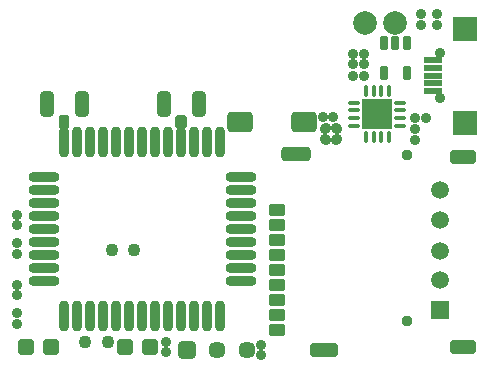
<source format=gts>
%FSLAX44Y44*%
%MOMM*%
G71*
G01*
G75*
G04 Layer_Color=8388736*
G04:AMPARAMS|DCode=10|XSize=0.7mm|YSize=2.5mm|CornerRadius=0.175mm|HoleSize=0mm|Usage=FLASHONLY|Rotation=0.000|XOffset=0mm|YOffset=0mm|HoleType=Round|Shape=RoundedRectangle|*
%AMROUNDEDRECTD10*
21,1,0.7000,2.1500,0,0,0.0*
21,1,0.3500,2.5000,0,0,0.0*
1,1,0.3500,0.1750,-1.0750*
1,1,0.3500,-0.1750,-1.0750*
1,1,0.3500,-0.1750,1.0750*
1,1,0.3500,0.1750,1.0750*
%
%ADD10ROUNDEDRECTD10*%
G04:AMPARAMS|DCode=11|XSize=0.67mm|YSize=0.67mm|CornerRadius=0.1508mm|HoleSize=0mm|Usage=FLASHONLY|Rotation=90.000|XOffset=0mm|YOffset=0mm|HoleType=Round|Shape=RoundedRectangle|*
%AMROUNDEDRECTD11*
21,1,0.6700,0.3685,0,0,90.0*
21,1,0.3685,0.6700,0,0,90.0*
1,1,0.3015,0.1843,0.1843*
1,1,0.3015,0.1843,-0.1843*
1,1,0.3015,-0.1843,-0.1843*
1,1,0.3015,-0.1843,0.1843*
%
%ADD11ROUNDEDRECTD11*%
G04:AMPARAMS|DCode=12|XSize=0.67mm|YSize=0.67mm|CornerRadius=0.1508mm|HoleSize=0mm|Usage=FLASHONLY|Rotation=180.000|XOffset=0mm|YOffset=0mm|HoleType=Round|Shape=RoundedRectangle|*
%AMROUNDEDRECTD12*
21,1,0.6700,0.3685,0,0,180.0*
21,1,0.3685,0.6700,0,0,180.0*
1,1,0.3015,-0.1843,0.1843*
1,1,0.3015,0.1843,0.1843*
1,1,0.3015,0.1843,-0.1843*
1,1,0.3015,-0.1843,-0.1843*
%
%ADD12ROUNDEDRECTD12*%
G04:AMPARAMS|DCode=13|XSize=0.62mm|YSize=0.62mm|CornerRadius=0.1488mm|HoleSize=0mm|Usage=FLASHONLY|Rotation=270.000|XOffset=0mm|YOffset=0mm|HoleType=Round|Shape=RoundedRectangle|*
%AMROUNDEDRECTD13*
21,1,0.6200,0.3224,0,0,270.0*
21,1,0.3224,0.6200,0,0,270.0*
1,1,0.2976,-0.1612,-0.1612*
1,1,0.2976,-0.1612,0.1612*
1,1,0.2976,0.1612,0.1612*
1,1,0.2976,0.1612,-0.1612*
%
%ADD13ROUNDEDRECTD13*%
%ADD14R,1.4000X0.4000*%
%ADD15R,1.9000X1.8000*%
G04:AMPARAMS|DCode=16|XSize=2.35mm|YSize=1.15mm|CornerRadius=0.3852mm|HoleSize=0mm|Usage=FLASHONLY|Rotation=180.000|XOffset=0mm|YOffset=0mm|HoleType=Round|Shape=RoundedRectangle|*
%AMROUNDEDRECTD16*
21,1,2.3500,0.3795,0,0,180.0*
21,1,1.5795,1.1500,0,0,180.0*
1,1,0.7705,-0.7897,0.1898*
1,1,0.7705,0.7897,0.1898*
1,1,0.7705,0.7897,-0.1898*
1,1,0.7705,-0.7897,-0.1898*
%
%ADD16ROUNDEDRECTD16*%
G04:AMPARAMS|DCode=17|XSize=1.3mm|YSize=1mm|CornerRadius=0.25mm|HoleSize=0mm|Usage=FLASHONLY|Rotation=180.000|XOffset=0mm|YOffset=0mm|HoleType=Round|Shape=RoundedRectangle|*
%AMROUNDEDRECTD17*
21,1,1.3000,0.5000,0,0,180.0*
21,1,0.8000,1.0000,0,0,180.0*
1,1,0.5000,-0.4000,0.2500*
1,1,0.5000,0.4000,0.2500*
1,1,0.5000,0.4000,-0.2500*
1,1,0.5000,-0.4000,-0.2500*
%
%ADD17ROUNDEDRECTD17*%
G04:AMPARAMS|DCode=18|XSize=2.5mm|YSize=1.15mm|CornerRadius=0.3852mm|HoleSize=0mm|Usage=FLASHONLY|Rotation=180.000|XOffset=0mm|YOffset=0mm|HoleType=Round|Shape=RoundedRectangle|*
%AMROUNDEDRECTD18*
21,1,2.5000,0.3795,0,0,180.0*
21,1,1.7295,1.1500,0,0,180.0*
1,1,0.7705,-0.8648,0.1898*
1,1,0.7705,0.8648,0.1898*
1,1,0.7705,0.8648,-0.1898*
1,1,0.7705,-0.8648,-0.1898*
%
%ADD18ROUNDEDRECTD18*%
G04:AMPARAMS|DCode=19|XSize=1.1mm|YSize=0.6mm|CornerRadius=0.201mm|HoleSize=0mm|Usage=FLASHONLY|Rotation=270.000|XOffset=0mm|YOffset=0mm|HoleType=Round|Shape=RoundedRectangle|*
%AMROUNDEDRECTD19*
21,1,1.1000,0.1980,0,0,270.0*
21,1,0.6980,0.6000,0,0,270.0*
1,1,0.4020,-0.0990,-0.3490*
1,1,0.4020,-0.0990,0.3490*
1,1,0.4020,0.0990,0.3490*
1,1,0.4020,0.0990,-0.3490*
%
%ADD19ROUNDEDRECTD19*%
G04:AMPARAMS|DCode=20|XSize=0.62mm|YSize=0.62mm|CornerRadius=0.1488mm|HoleSize=0mm|Usage=FLASHONLY|Rotation=180.000|XOffset=0mm|YOffset=0mm|HoleType=Round|Shape=RoundedRectangle|*
%AMROUNDEDRECTD20*
21,1,0.6200,0.3224,0,0,180.0*
21,1,0.3224,0.6200,0,0,180.0*
1,1,0.2976,-0.1612,0.1612*
1,1,0.2976,0.1612,0.1612*
1,1,0.2976,0.1612,-0.1612*
1,1,0.2976,-0.1612,-0.1612*
%
%ADD20ROUNDEDRECTD20*%
G04:AMPARAMS|DCode=21|XSize=1mm|YSize=2mm|CornerRadius=0.25mm|HoleSize=0mm|Usage=FLASHONLY|Rotation=0.000|XOffset=0mm|YOffset=0mm|HoleType=Round|Shape=RoundedRectangle|*
%AMROUNDEDRECTD21*
21,1,1.0000,1.5000,0,0,0.0*
21,1,0.5000,2.0000,0,0,0.0*
1,1,0.5000,0.2500,-0.7500*
1,1,0.5000,-0.2500,-0.7500*
1,1,0.5000,-0.2500,0.7500*
1,1,0.5000,0.2500,0.7500*
%
%ADD21ROUNDEDRECTD21*%
G04:AMPARAMS|DCode=22|XSize=0.7mm|YSize=1mm|CornerRadius=0.175mm|HoleSize=0mm|Usage=FLASHONLY|Rotation=180.000|XOffset=0mm|YOffset=0mm|HoleType=Round|Shape=RoundedRectangle|*
%AMROUNDEDRECTD22*
21,1,0.7000,0.6500,0,0,180.0*
21,1,0.3500,1.0000,0,0,180.0*
1,1,0.3500,-0.1750,0.3250*
1,1,0.3500,0.1750,0.3250*
1,1,0.3500,0.1750,-0.3250*
1,1,0.3500,-0.1750,-0.3250*
%
%ADD22ROUNDEDRECTD22*%
G04:AMPARAMS|DCode=23|XSize=0.8mm|YSize=1mm|CornerRadius=0.2mm|HoleSize=0mm|Usage=FLASHONLY|Rotation=180.000|XOffset=0mm|YOffset=0mm|HoleType=Round|Shape=RoundedRectangle|*
%AMROUNDEDRECTD23*
21,1,0.8000,0.6000,0,0,180.0*
21,1,0.4000,1.0000,0,0,180.0*
1,1,0.4000,-0.2000,0.3000*
1,1,0.4000,0.2000,0.3000*
1,1,0.4000,0.2000,-0.3000*
1,1,0.4000,-0.2000,-0.3000*
%
%ADD23ROUNDEDRECTD23*%
%ADD24O,0.7000X2.5000*%
%ADD25O,2.5000X0.7000*%
G04:AMPARAMS|DCode=26|XSize=1.2mm|YSize=1.2mm|CornerRadius=0.198mm|HoleSize=0mm|Usage=FLASHONLY|Rotation=180.000|XOffset=0mm|YOffset=0mm|HoleType=Round|Shape=RoundedRectangle|*
%AMROUNDEDRECTD26*
21,1,1.2000,0.8040,0,0,180.0*
21,1,0.8040,1.2000,0,0,180.0*
1,1,0.3960,-0.4020,0.4020*
1,1,0.3960,0.4020,0.4020*
1,1,0.3960,0.4020,-0.4020*
1,1,0.3960,-0.4020,-0.4020*
%
%ADD26ROUNDEDRECTD26*%
G04:AMPARAMS|DCode=27|XSize=1.6mm|YSize=2mm|CornerRadius=0.248mm|HoleSize=0mm|Usage=FLASHONLY|Rotation=90.000|XOffset=0mm|YOffset=0mm|HoleType=Round|Shape=RoundedRectangle|*
%AMROUNDEDRECTD27*
21,1,1.6000,1.5040,0,0,90.0*
21,1,1.1040,2.0000,0,0,90.0*
1,1,0.4960,0.7520,0.5520*
1,1,0.4960,0.7520,-0.5520*
1,1,0.4960,-0.7520,-0.5520*
1,1,0.4960,-0.7520,0.5520*
%
%ADD27ROUNDEDRECTD27*%
%ADD28O,0.3000X0.9000*%
%ADD29O,0.9000X0.3000*%
%ADD30R,2.4000X2.4000*%
%ADD31C,0.5000*%
%ADD32C,0.3000*%
%ADD33C,0.2000*%
%ADD34C,0.4000*%
%ADD35C,0.7000*%
%ADD36C,0.3500*%
%ADD37C,0.6000*%
%ADD38C,0.2500*%
%ADD39C,0.7000*%
G04:AMPARAMS|DCode=40|XSize=1.15mm|YSize=2.1mm|CornerRadius=0.2875mm|HoleSize=0mm|Usage=FLASHONLY|Rotation=90.000|XOffset=0mm|YOffset=0mm|HoleType=Round|Shape=RoundedRectangle|*
%AMROUNDEDRECTD40*
21,1,1.1500,1.5250,0,0,90.0*
21,1,0.5750,2.1000,0,0,90.0*
1,1,0.5750,0.7625,0.2875*
1,1,0.5750,0.7625,-0.2875*
1,1,0.5750,-0.7625,-0.2875*
1,1,0.5750,-0.7625,0.2875*
%
%ADD40ROUNDEDRECTD40*%
%ADD41C,1.8500*%
%ADD42C,0.9000*%
%ADD43C,1.3000*%
%ADD44R,1.3000X1.3000*%
G04:AMPARAMS|DCode=45|XSize=0.7mm|YSize=0.7mm|CornerRadius=0.175mm|HoleSize=0mm|Usage=FLASHONLY|Rotation=270.000|XOffset=0mm|YOffset=0mm|HoleType=Round|Shape=RoundedRectangle|*
%AMROUNDEDRECTD45*
21,1,0.7000,0.3500,0,0,270.0*
21,1,0.3500,0.7000,0,0,270.0*
1,1,0.3500,-0.1750,-0.1750*
1,1,0.3500,-0.1750,0.1750*
1,1,0.3500,0.1750,0.1750*
1,1,0.3500,0.1750,-0.1750*
%
%ADD45ROUNDEDRECTD45*%
G04:AMPARAMS|DCode=46|XSize=1.3mm|YSize=1.3mm|CornerRadius=0.1625mm|HoleSize=0mm|Usage=FLASHONLY|Rotation=180.000|XOffset=0mm|YOffset=0mm|HoleType=Round|Shape=RoundedRectangle|*
%AMROUNDEDRECTD46*
21,1,1.3000,0.9750,0,0,180.0*
21,1,0.9750,1.3000,0,0,180.0*
1,1,0.3250,-0.4875,0.4875*
1,1,0.3250,0.4875,0.4875*
1,1,0.3250,0.4875,-0.4875*
1,1,0.3250,-0.4875,-0.4875*
%
%ADD46ROUNDEDRECTD46*%
%ADD47C,0.8000*%
G04:AMPARAMS|DCode=48|XSize=1mm|YSize=1.2mm|CornerRadius=0.165mm|HoleSize=0mm|Usage=FLASHONLY|Rotation=180.000|XOffset=0mm|YOffset=0mm|HoleType=Round|Shape=RoundedRectangle|*
%AMROUNDEDRECTD48*
21,1,1.0000,0.8700,0,0,180.0*
21,1,0.6700,1.2000,0,0,180.0*
1,1,0.3300,-0.3350,0.4350*
1,1,0.3300,0.3350,0.4350*
1,1,0.3300,0.3350,-0.4350*
1,1,0.3300,-0.3350,-0.4350*
%
%ADD48ROUNDEDRECTD48*%
G04:AMPARAMS|DCode=49|XSize=1.6mm|YSize=1.3mm|CornerRadius=0.2015mm|HoleSize=0mm|Usage=FLASHONLY|Rotation=180.000|XOffset=0mm|YOffset=0mm|HoleType=Round|Shape=RoundedRectangle|*
%AMROUNDEDRECTD49*
21,1,1.6000,0.8970,0,0,180.0*
21,1,1.1970,1.3000,0,0,180.0*
1,1,0.4030,-0.5985,0.4485*
1,1,0.4030,0.5985,0.4485*
1,1,0.4030,0.5985,-0.4485*
1,1,0.4030,-0.5985,-0.4485*
%
%ADD49ROUNDEDRECTD49*%
G04:AMPARAMS|DCode=50|XSize=3mm|YSize=2mm|CornerRadius=0.67mm|HoleSize=0mm|Usage=FLASHONLY|Rotation=180.000|XOffset=0mm|YOffset=0mm|HoleType=Round|Shape=RoundedRectangle|*
%AMROUNDEDRECTD50*
21,1,3.0000,0.6600,0,0,180.0*
21,1,1.6600,2.0000,0,0,180.0*
1,1,1.3400,-0.8300,0.3300*
1,1,1.3400,0.8300,0.3300*
1,1,1.3400,0.8300,-0.3300*
1,1,1.3400,-0.8300,-0.3300*
%
%ADD50ROUNDEDRECTD50*%
G04:AMPARAMS|DCode=51|XSize=2.3mm|YSize=0.9mm|CornerRadius=0.225mm|HoleSize=0mm|Usage=FLASHONLY|Rotation=180.000|XOffset=0mm|YOffset=0mm|HoleType=Round|Shape=RoundedRectangle|*
%AMROUNDEDRECTD51*
21,1,2.3000,0.4500,0,0,180.0*
21,1,1.8500,0.9000,0,0,180.0*
1,1,0.4500,-0.9250,0.2250*
1,1,0.4500,0.9250,0.2250*
1,1,0.4500,0.9250,-0.2250*
1,1,0.4500,-0.9250,-0.2250*
%
%ADD51ROUNDEDRECTD51*%
G04:AMPARAMS|DCode=52|XSize=2.7mm|YSize=1.2mm|CornerRadius=0.21mm|HoleSize=0mm|Usage=FLASHONLY|Rotation=270.000|XOffset=0mm|YOffset=0mm|HoleType=Round|Shape=RoundedRectangle|*
%AMROUNDEDRECTD52*
21,1,2.7000,0.7800,0,0,270.0*
21,1,2.2800,1.2000,0,0,270.0*
1,1,0.4200,-0.3900,-1.1400*
1,1,0.4200,-0.3900,1.1400*
1,1,0.4200,0.3900,1.1400*
1,1,0.4200,0.3900,-1.1400*
%
%ADD52ROUNDEDRECTD52*%
%ADD53C,0.2540*%
%ADD54C,0.1000*%
G04:AMPARAMS|DCode=55|XSize=0.77mm|YSize=0.77mm|CornerRadius=0.2008mm|HoleSize=0mm|Usage=FLASHONLY|Rotation=90.000|XOffset=0mm|YOffset=0mm|HoleType=Round|Shape=RoundedRectangle|*
%AMROUNDEDRECTD55*
21,1,0.7700,0.3685,0,0,90.0*
21,1,0.3685,0.7700,0,0,90.0*
1,1,0.4015,0.1843,0.1843*
1,1,0.4015,0.1843,-0.1843*
1,1,0.4015,-0.1843,-0.1843*
1,1,0.4015,-0.1843,0.1843*
%
%ADD55ROUNDEDRECTD55*%
G04:AMPARAMS|DCode=56|XSize=0.77mm|YSize=0.77mm|CornerRadius=0.2008mm|HoleSize=0mm|Usage=FLASHONLY|Rotation=180.000|XOffset=0mm|YOffset=0mm|HoleType=Round|Shape=RoundedRectangle|*
%AMROUNDEDRECTD56*
21,1,0.7700,0.3685,0,0,180.0*
21,1,0.3685,0.7700,0,0,180.0*
1,1,0.4015,-0.1843,0.1843*
1,1,0.4015,0.1843,0.1843*
1,1,0.4015,0.1843,-0.1843*
1,1,0.4015,-0.1843,-0.1843*
%
%ADD56ROUNDEDRECTD56*%
G04:AMPARAMS|DCode=57|XSize=0.77mm|YSize=0.77mm|CornerRadius=0.2238mm|HoleSize=0mm|Usage=FLASHONLY|Rotation=270.000|XOffset=0mm|YOffset=0mm|HoleType=Round|Shape=RoundedRectangle|*
%AMROUNDEDRECTD57*
21,1,0.7700,0.3224,0,0,270.0*
21,1,0.3224,0.7700,0,0,270.0*
1,1,0.4476,-0.1612,-0.1612*
1,1,0.4476,-0.1612,0.1612*
1,1,0.4476,0.1612,0.1612*
1,1,0.4476,0.1612,-0.1612*
%
%ADD57ROUNDEDRECTD57*%
%ADD58R,1.6032X0.6032*%
%ADD59R,2.1032X2.0032*%
G04:AMPARAMS|DCode=60|XSize=2.45mm|YSize=1.25mm|CornerRadius=0.4353mm|HoleSize=0mm|Usage=FLASHONLY|Rotation=180.000|XOffset=0mm|YOffset=0mm|HoleType=Round|Shape=RoundedRectangle|*
%AMROUNDEDRECTD60*
21,1,2.4500,0.3795,0,0,180.0*
21,1,1.5795,1.2500,0,0,180.0*
1,1,0.8705,-0.7897,0.1898*
1,1,0.8705,0.7897,0.1898*
1,1,0.8705,0.7897,-0.1898*
1,1,0.8705,-0.7897,-0.1898*
%
%ADD60ROUNDEDRECTD60*%
G04:AMPARAMS|DCode=61|XSize=1.4mm|YSize=1.1mm|CornerRadius=0.3mm|HoleSize=0mm|Usage=FLASHONLY|Rotation=180.000|XOffset=0mm|YOffset=0mm|HoleType=Round|Shape=RoundedRectangle|*
%AMROUNDEDRECTD61*
21,1,1.4000,0.5000,0,0,180.0*
21,1,0.8000,1.1000,0,0,180.0*
1,1,0.6000,-0.4000,0.2500*
1,1,0.6000,0.4000,0.2500*
1,1,0.6000,0.4000,-0.2500*
1,1,0.6000,-0.4000,-0.2500*
%
%ADD61ROUNDEDRECTD61*%
G04:AMPARAMS|DCode=62|XSize=2.6mm|YSize=1.25mm|CornerRadius=0.4353mm|HoleSize=0mm|Usage=FLASHONLY|Rotation=180.000|XOffset=0mm|YOffset=0mm|HoleType=Round|Shape=RoundedRectangle|*
%AMROUNDEDRECTD62*
21,1,2.6000,0.3795,0,0,180.0*
21,1,1.7295,1.2500,0,0,180.0*
1,1,0.8705,-0.8648,0.1898*
1,1,0.8705,0.8648,0.1898*
1,1,0.8705,0.8648,-0.1898*
1,1,0.8705,-0.8648,-0.1898*
%
%ADD62ROUNDEDRECTD62*%
G04:AMPARAMS|DCode=63|XSize=1.25mm|YSize=0.75mm|CornerRadius=0.276mm|HoleSize=0mm|Usage=FLASHONLY|Rotation=270.000|XOffset=0mm|YOffset=0mm|HoleType=Round|Shape=RoundedRectangle|*
%AMROUNDEDRECTD63*
21,1,1.2500,0.1980,0,0,270.0*
21,1,0.6980,0.7500,0,0,270.0*
1,1,0.5520,-0.0990,-0.3490*
1,1,0.5520,-0.0990,0.3490*
1,1,0.5520,0.0990,0.3490*
1,1,0.5520,0.0990,-0.3490*
%
%ADD63ROUNDEDRECTD63*%
G04:AMPARAMS|DCode=64|XSize=0.77mm|YSize=0.77mm|CornerRadius=0.2238mm|HoleSize=0mm|Usage=FLASHONLY|Rotation=180.000|XOffset=0mm|YOffset=0mm|HoleType=Round|Shape=RoundedRectangle|*
%AMROUNDEDRECTD64*
21,1,0.7700,0.3224,0,0,180.0*
21,1,0.3224,0.7700,0,0,180.0*
1,1,0.4476,-0.1612,0.1612*
1,1,0.4476,0.1612,0.1612*
1,1,0.4476,0.1612,-0.1612*
1,1,0.4476,-0.1612,-0.1612*
%
%ADD64ROUNDEDRECTD64*%
G04:AMPARAMS|DCode=65|XSize=1.2032mm|YSize=2.2032mm|CornerRadius=0.3516mm|HoleSize=0mm|Usage=FLASHONLY|Rotation=0.000|XOffset=0mm|YOffset=0mm|HoleType=Round|Shape=RoundedRectangle|*
%AMROUNDEDRECTD65*
21,1,1.2032,1.5000,0,0,0.0*
21,1,0.5000,2.2032,0,0,0.0*
1,1,0.7032,0.2500,-0.7500*
1,1,0.7032,-0.2500,-0.7500*
1,1,0.7032,-0.2500,0.7500*
1,1,0.7032,0.2500,0.7500*
%
%ADD65ROUNDEDRECTD65*%
G04:AMPARAMS|DCode=66|XSize=0.9032mm|YSize=1.2032mm|CornerRadius=0.2766mm|HoleSize=0mm|Usage=FLASHONLY|Rotation=180.000|XOffset=0mm|YOffset=0mm|HoleType=Round|Shape=RoundedRectangle|*
%AMROUNDEDRECTD66*
21,1,0.9032,0.6500,0,0,180.0*
21,1,0.3500,1.2032,0,0,180.0*
1,1,0.5532,-0.1750,0.3250*
1,1,0.5532,0.1750,0.3250*
1,1,0.5532,0.1750,-0.3250*
1,1,0.5532,-0.1750,-0.3250*
%
%ADD66ROUNDEDRECTD66*%
G04:AMPARAMS|DCode=67|XSize=1.0032mm|YSize=1.2032mm|CornerRadius=0.3016mm|HoleSize=0mm|Usage=FLASHONLY|Rotation=180.000|XOffset=0mm|YOffset=0mm|HoleType=Round|Shape=RoundedRectangle|*
%AMROUNDEDRECTD67*
21,1,1.0032,0.6000,0,0,180.0*
21,1,0.4000,1.2032,0,0,180.0*
1,1,0.6032,-0.2000,0.3000*
1,1,0.6032,0.2000,0.3000*
1,1,0.6032,0.2000,-0.3000*
1,1,0.6032,-0.2000,-0.3000*
%
%ADD67ROUNDEDRECTD67*%
%ADD68O,0.8500X2.6500*%
%ADD69O,2.6500X0.8500*%
G04:AMPARAMS|DCode=70|XSize=1.35mm|YSize=1.35mm|CornerRadius=0.273mm|HoleSize=0mm|Usage=FLASHONLY|Rotation=180.000|XOffset=0mm|YOffset=0mm|HoleType=Round|Shape=RoundedRectangle|*
%AMROUNDEDRECTD70*
21,1,1.3500,0.8040,0,0,180.0*
21,1,0.8040,1.3500,0,0,180.0*
1,1,0.5460,-0.4020,0.4020*
1,1,0.5460,0.4020,0.4020*
1,1,0.5460,0.4020,-0.4020*
1,1,0.5460,-0.4020,-0.4020*
%
%ADD70ROUNDEDRECTD70*%
G04:AMPARAMS|DCode=71|XSize=1.75mm|YSize=2.15mm|CornerRadius=0.323mm|HoleSize=0mm|Usage=FLASHONLY|Rotation=90.000|XOffset=0mm|YOffset=0mm|HoleType=Round|Shape=RoundedRectangle|*
%AMROUNDEDRECTD71*
21,1,1.7500,1.5040,0,0,90.0*
21,1,1.1040,2.1500,0,0,90.0*
1,1,0.6460,0.7520,0.5520*
1,1,0.6460,0.7520,-0.5520*
1,1,0.6460,-0.7520,-0.5520*
1,1,0.6460,-0.7520,0.5520*
%
%ADD71ROUNDEDRECTD71*%
%ADD72O,0.4000X1.0000*%
%ADD73O,1.0000X0.4000*%
%ADD74R,2.5000X2.5000*%
%ADD75C,0.9032*%
G04:AMPARAMS|DCode=76|XSize=1.25mm|YSize=2.2mm|CornerRadius=0.3375mm|HoleSize=0mm|Usage=FLASHONLY|Rotation=90.000|XOffset=0mm|YOffset=0mm|HoleType=Round|Shape=RoundedRectangle|*
%AMROUNDEDRECTD76*
21,1,1.2500,1.5250,0,0,90.0*
21,1,0.5750,2.2000,0,0,90.0*
1,1,0.6750,0.7625,0.2875*
1,1,0.6750,0.7625,-0.2875*
1,1,0.6750,-0.7625,-0.2875*
1,1,0.6750,-0.7625,0.2875*
%
%ADD76ROUNDEDRECTD76*%
%ADD77C,2.0000*%
%ADD78C,1.1032*%
%ADD79C,1.5032*%
%ADD80R,1.5032X1.5032*%
G04:AMPARAMS|DCode=81|XSize=0.8mm|YSize=0.8mm|CornerRadius=0.225mm|HoleSize=0mm|Usage=FLASHONLY|Rotation=270.000|XOffset=0mm|YOffset=0mm|HoleType=Round|Shape=RoundedRectangle|*
%AMROUNDEDRECTD81*
21,1,0.8000,0.3500,0,0,270.0*
21,1,0.3500,0.8000,0,0,270.0*
1,1,0.4500,-0.1750,-0.1750*
1,1,0.4500,-0.1750,0.1750*
1,1,0.4500,0.1750,0.1750*
1,1,0.4500,0.1750,-0.1750*
%
%ADD81ROUNDEDRECTD81*%
%ADD82C,1.4500*%
G04:AMPARAMS|DCode=83|XSize=1.45mm|YSize=1.45mm|CornerRadius=0.2375mm|HoleSize=0mm|Usage=FLASHONLY|Rotation=180.000|XOffset=0mm|YOffset=0mm|HoleType=Round|Shape=RoundedRectangle|*
%AMROUNDEDRECTD83*
21,1,1.4500,0.9750,0,0,180.0*
21,1,0.9750,1.4500,0,0,180.0*
1,1,0.4750,-0.4875,0.4875*
1,1,0.4750,0.4875,0.4875*
1,1,0.4750,0.4875,-0.4875*
1,1,0.4750,-0.4875,-0.4875*
%
%ADD83ROUNDEDRECTD83*%
D55*
X278400Y200900D02*
D03*
Y192100D02*
D03*
X301400Y255650D02*
D03*
Y264450D02*
D03*
X291650Y255650D02*
D03*
Y264450D02*
D03*
X268600Y200900D02*
D03*
Y192100D02*
D03*
X344750Y191850D02*
D03*
Y200650D02*
D03*
X214000Y18400D02*
D03*
Y9600D02*
D03*
D56*
X269100Y191600D02*
D03*
X277900D02*
D03*
X266600Y211250D02*
D03*
X275400D02*
D03*
X269100Y201400D02*
D03*
X277900D02*
D03*
D57*
X292400Y245800D02*
D03*
X301400D02*
D03*
X353500Y210250D02*
D03*
X344500D02*
D03*
D58*
X360000Y259000D02*
D03*
Y233000D02*
D03*
Y252500D02*
D03*
Y239500D02*
D03*
Y246000D02*
D03*
D59*
X386500Y286000D02*
D03*
Y206000D02*
D03*
D60*
X267200Y13450D02*
D03*
D61*
X227500Y30850D02*
D03*
Y43550D02*
D03*
Y68950D02*
D03*
Y119750D02*
D03*
Y56250D02*
D03*
Y132450D02*
D03*
Y107050D02*
D03*
Y81650D02*
D03*
Y94350D02*
D03*
D62*
X244000Y180050D02*
D03*
D63*
X337500Y274000D02*
D03*
X328000D02*
D03*
X318500D02*
D03*
Y248000D02*
D03*
X337500D02*
D03*
D64*
X7250Y45000D02*
D03*
Y36000D02*
D03*
X349750Y289250D02*
D03*
Y298250D02*
D03*
X362750Y289250D02*
D03*
Y298250D02*
D03*
X7197Y69000D02*
D03*
Y60000D02*
D03*
X7250Y128250D02*
D03*
Y119250D02*
D03*
X7197Y95250D02*
D03*
Y104250D02*
D03*
X133750Y12000D02*
D03*
Y21000D02*
D03*
D65*
X32750Y222250D02*
D03*
X62750D02*
D03*
X131750Y222250D02*
D03*
X161750D02*
D03*
D66*
X47750Y207250D02*
D03*
D67*
X146750Y207250D02*
D03*
D68*
X179750Y42250D02*
D03*
X168750D02*
D03*
X157750D02*
D03*
X146750D02*
D03*
X135750D02*
D03*
X124750D02*
D03*
X113750D02*
D03*
X102750D02*
D03*
X91750D02*
D03*
X80750D02*
D03*
X69750D02*
D03*
X58750D02*
D03*
X47750D02*
D03*
Y190250D02*
D03*
X58750D02*
D03*
X69750D02*
D03*
X80750D02*
D03*
X91750D02*
D03*
X102750D02*
D03*
X113750D02*
D03*
X124750D02*
D03*
X135750D02*
D03*
X146750D02*
D03*
X157750D02*
D03*
X168750D02*
D03*
X179750D02*
D03*
D69*
X197250Y72250D02*
D03*
Y83250D02*
D03*
Y94250D02*
D03*
Y105250D02*
D03*
Y116250D02*
D03*
Y127250D02*
D03*
Y138250D02*
D03*
Y149250D02*
D03*
Y160250D02*
D03*
X30250D02*
D03*
Y149250D02*
D03*
Y138250D02*
D03*
Y127250D02*
D03*
Y116250D02*
D03*
Y105250D02*
D03*
Y94250D02*
D03*
Y83250D02*
D03*
Y72250D02*
D03*
D70*
X120250Y16500D02*
D03*
X99250D02*
D03*
X15500Y16000D02*
D03*
X36500D02*
D03*
D71*
X250500Y207250D02*
D03*
X196500D02*
D03*
D72*
X303000Y233000D02*
D03*
X309500D02*
D03*
X316000D02*
D03*
X322500D02*
D03*
X303001Y194000D02*
D03*
X309501D02*
D03*
X316000D02*
D03*
X322500D02*
D03*
D73*
X293250Y223250D02*
D03*
Y216750D02*
D03*
Y210250D02*
D03*
Y203750D02*
D03*
X332250Y203750D02*
D03*
Y210250D02*
D03*
Y216750D02*
D03*
Y223250D02*
D03*
D74*
X312750Y213500D02*
D03*
D75*
X366000Y265000D02*
D03*
Y227000D02*
D03*
D76*
X385000Y177450D02*
D03*
Y16050D02*
D03*
D77*
X327950Y291000D02*
D03*
X302550D02*
D03*
D78*
X106750Y98499D02*
D03*
X87750D02*
D03*
X84500Y21000D02*
D03*
X65500D02*
D03*
D79*
X366000Y149000D02*
D03*
Y123500D02*
D03*
Y98000D02*
D03*
Y73000D02*
D03*
D80*
Y47500D02*
D03*
D81*
X338000Y178800D02*
D03*
Y38800D02*
D03*
D82*
X201900Y14000D02*
D03*
X176500D02*
D03*
D83*
X151100D02*
D03*
M02*

</source>
